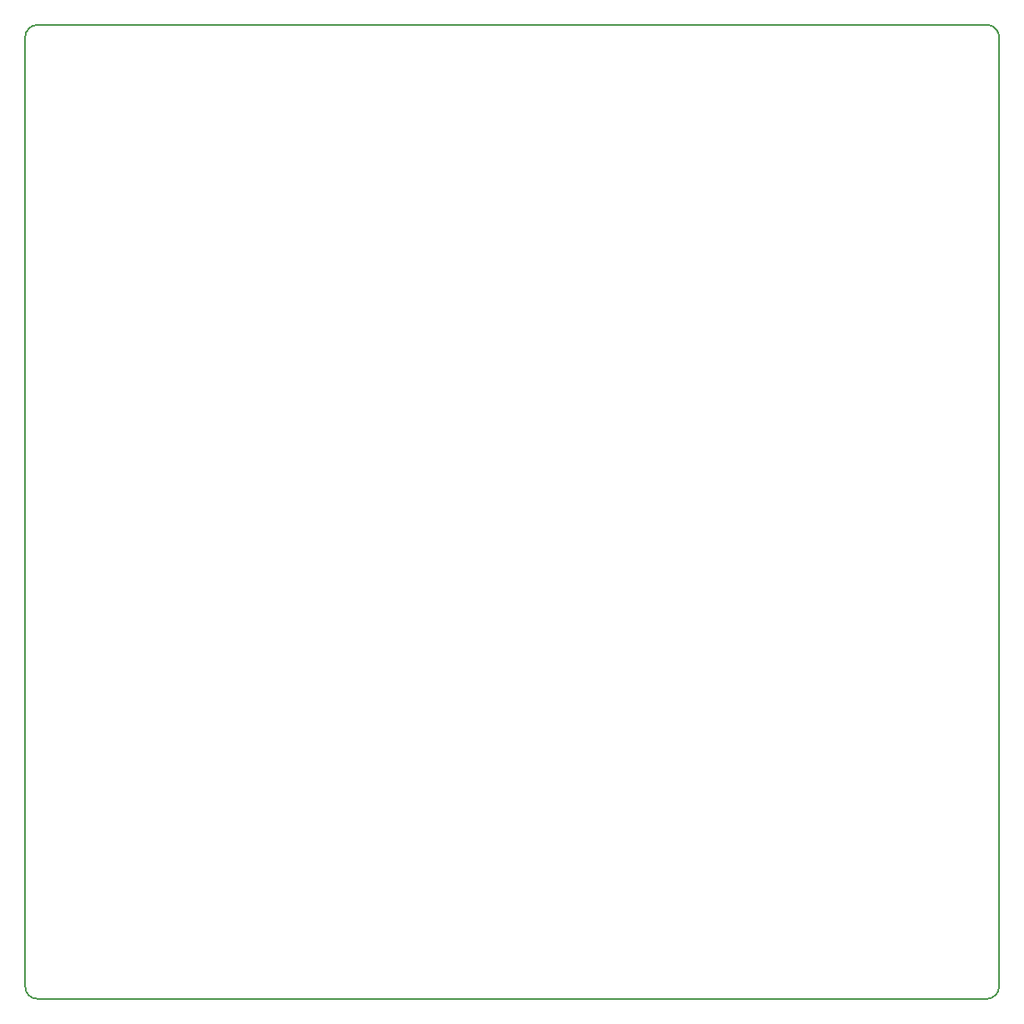
<source format=gbr>
G04 #@! TF.FileFunction,Profile,NP*
%FSLAX46Y46*%
G04 Gerber Fmt 4.6, Leading zero omitted, Abs format (unit mm)*
G04 Created by KiCad (PCBNEW (after 2015-mar-04 BZR unknown)-product) date Mon 01 Jun 2015 23:33:07 BST*
%MOMM*%
G01*
G04 APERTURE LIST*
%ADD10C,0.150000*%
G04 APERTURE END LIST*
D10*
X0Y-1270000D02*
X0Y-97790000D01*
X97790000Y0D02*
X1270000Y0D01*
X99060000Y-97790000D02*
X99060000Y-1270000D01*
X1270000Y-99060000D02*
X97790000Y-99060000D01*
X0Y-97790000D02*
G75*
G03X1270000Y-99060000I1270000J0D01*
G01*
X97790000Y-99060000D02*
G75*
G03X99060000Y-97790000I0J1270000D01*
G01*
X99060000Y-1270000D02*
G75*
G03X97790000Y0I-1270000J0D01*
G01*
X1270000Y0D02*
G75*
G03X0Y-1270000I0J-1270000D01*
G01*
M02*

</source>
